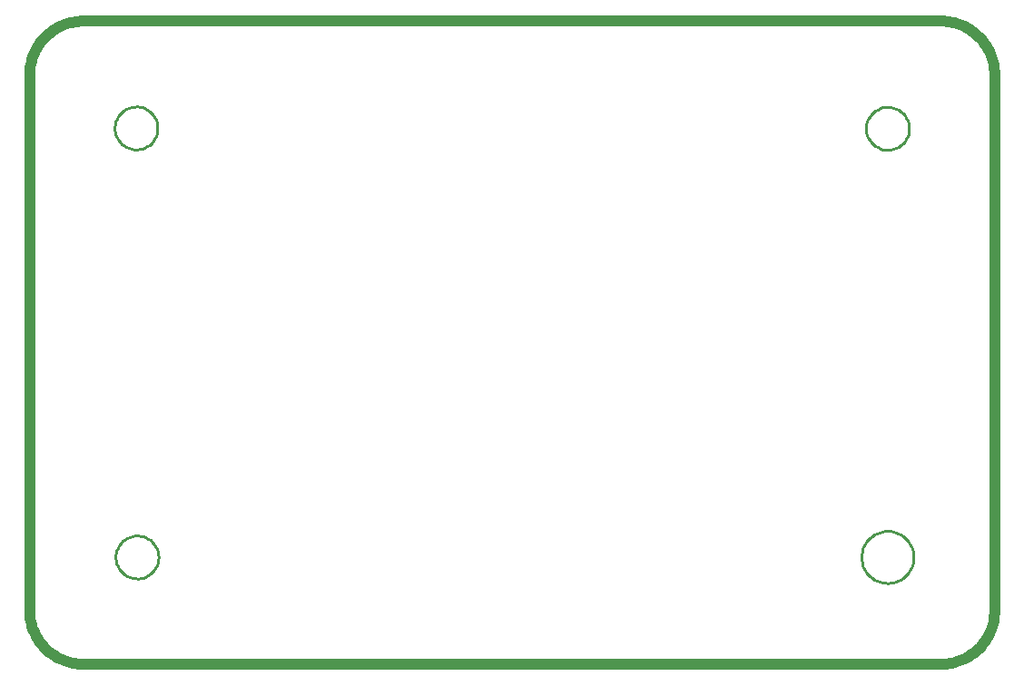
<source format=gm1>
G04*
G04 #@! TF.GenerationSoftware,Altium Limited,Altium Designer,21.3.2 (30)*
G04*
G04 Layer_Color=16711935*
%FSLAX25Y25*%
%MOIN*%
G70*
G04*
G04 #@! TF.SameCoordinates,90E1903C-9E0C-4C1D-B8CF-915D6ECFEAAF*
G04*
G04*
G04 #@! TF.FilePolarity,Positive*
G04*
G01*
G75*
%ADD15C,0.01000*%
%ADD74C,0.03937*%
D15*
X324513Y39370D02*
X324461Y40369D01*
X324304Y41356D01*
X324046Y42322D01*
X323687Y43255D01*
X323233Y44146D01*
X322689Y44985D01*
X322059Y45762D01*
X321353Y46469D01*
X320575Y47098D01*
X319737Y47643D01*
X318846Y48097D01*
X317913Y48455D01*
X316947Y48714D01*
X315959Y48870D01*
X314961Y48923D01*
X313962Y48870D01*
X312975Y48714D01*
X312009Y48455D01*
X311075Y48097D01*
X310184Y47643D01*
X309346Y47098D01*
X308569Y46469D01*
X307862Y45762D01*
X307232Y44985D01*
X306688Y44146D01*
X306234Y43255D01*
X305876Y42322D01*
X305617Y41356D01*
X305461Y40369D01*
X305408Y39370D01*
X305461Y38372D01*
X305617Y37384D01*
X305876Y36418D01*
X306234Y35485D01*
X306688Y34594D01*
X307232Y33755D01*
X307862Y32978D01*
X308569Y32271D01*
X309346Y31642D01*
X310184Y31097D01*
X311075Y30643D01*
X312009Y30285D01*
X312975Y30026D01*
X313962Y29870D01*
X314961Y29818D01*
X315959Y29870D01*
X316947Y30026D01*
X317913Y30285D01*
X318846Y30643D01*
X319737Y31097D01*
X320575Y31642D01*
X321353Y32271D01*
X322059Y32978D01*
X322689Y33755D01*
X323233Y34594D01*
X323687Y35485D01*
X324046Y36418D01*
X324304Y37384D01*
X324461Y38372D01*
X324513Y39370D01*
X322835Y196850D02*
X322770Y197857D01*
X322577Y198848D01*
X322259Y199805D01*
X321821Y200714D01*
X321271Y201560D01*
X320617Y202328D01*
X319870Y203007D01*
X319042Y203584D01*
X318148Y204050D01*
X317201Y204399D01*
X316217Y204624D01*
X315213Y204720D01*
X314205Y204688D01*
X313209Y204527D01*
X312241Y204240D01*
X311319Y203832D01*
X310456Y203308D01*
X309667Y202679D01*
X308965Y201955D01*
X308362Y201146D01*
X307866Y200267D01*
X307488Y199332D01*
X307232Y198356D01*
X307103Y197355D01*
Y196346D01*
X307232Y195345D01*
X307488Y194369D01*
X307866Y193434D01*
X308362Y192555D01*
X308965Y191746D01*
X309667Y191021D01*
X310456Y190392D01*
X311319Y189869D01*
X312241Y189461D01*
X313209Y189174D01*
X314205Y189013D01*
X315213Y188980D01*
X316217Y189077D01*
X317201Y189302D01*
X318148Y189650D01*
X319042Y190117D01*
X319870Y190694D01*
X320617Y191373D01*
X321271Y192141D01*
X321821Y192986D01*
X322259Y193895D01*
X322577Y194853D01*
X322770Y195844D01*
X322835Y196850D01*
X47244Y39370D02*
X47179Y40377D01*
X46987Y41367D01*
X46669Y42325D01*
X46231Y43234D01*
X45680Y44080D01*
X45026Y44848D01*
X44280Y45526D01*
X43452Y46104D01*
X42557Y46570D01*
X41611Y46919D01*
X40627Y47143D01*
X39623Y47240D01*
X38614Y47208D01*
X37618Y47047D01*
X36651Y46760D01*
X35728Y46351D01*
X34865Y45828D01*
X34076Y45199D01*
X33374Y44474D01*
X32771Y43666D01*
X32276Y42786D01*
X31897Y41851D01*
X31641Y40875D01*
X31512Y39875D01*
Y38866D01*
X31641Y37865D01*
X31897Y36889D01*
X32276Y35954D01*
X32771Y35074D01*
X33374Y34266D01*
X34076Y33541D01*
X34865Y32912D01*
X35728Y32389D01*
X36651Y31981D01*
X37618Y31694D01*
X38614Y31532D01*
X39622Y31500D01*
X40627Y31597D01*
X41610Y31822D01*
X42557Y32170D01*
X43452Y32637D01*
X44279Y33214D01*
X45026Y33892D01*
X45680Y34661D01*
X46231Y35506D01*
X46669Y36415D01*
X46987Y37373D01*
X47179Y38363D01*
X47244Y39370D01*
X46874Y197000D02*
X46809Y198007D01*
X46617Y198997D01*
X46299Y199955D01*
X45861Y200864D01*
X45310Y201710D01*
X44656Y202478D01*
X43909Y203156D01*
X43082Y203733D01*
X42187Y204200D01*
X41240Y204549D01*
X40257Y204773D01*
X39252Y204870D01*
X38244Y204838D01*
X37248Y204677D01*
X36281Y204390D01*
X35358Y203981D01*
X34495Y203458D01*
X33706Y202829D01*
X33004Y202104D01*
X32401Y201296D01*
X31906Y200416D01*
X31527Y199481D01*
X31271Y198505D01*
X31142Y197504D01*
Y196495D01*
X31271Y195495D01*
X31527Y194519D01*
X31906Y193584D01*
X32401Y192704D01*
X33004Y191896D01*
X33706Y191171D01*
X34495Y190542D01*
X35358Y190019D01*
X36281Y189611D01*
X37248Y189323D01*
X38244Y189162D01*
X39252Y189130D01*
X40257Y189227D01*
X41240Y189451D01*
X42187Y189800D01*
X43082Y190267D01*
X43909Y190844D01*
X44656Y191522D01*
X45310Y192290D01*
X45861Y193136D01*
X46299Y194045D01*
X46617Y195003D01*
X46809Y195993D01*
X46874Y197000D01*
D74*
X354336Y216541D02*
X354311Y217538D01*
X354235Y218532D01*
X354109Y219522D01*
X353933Y220503D01*
X353708Y221475D01*
X353433Y222434D01*
X353111Y223377D01*
X352741Y224304D01*
X352324Y225210D01*
X351863Y226094D01*
X351357Y226953D01*
X350808Y227786D01*
X350217Y228590D01*
X349587Y229363D01*
X348919Y230103D01*
X348213Y230808D01*
X347473Y231477D01*
X346700Y232107D01*
X345896Y232698D01*
X345064Y233246D01*
X344204Y233752D01*
X343320Y234214D01*
X342414Y234630D01*
X341488Y235000D01*
X340544Y235323D01*
X339585Y235597D01*
X338614Y235823D01*
X337632Y235999D01*
X336643Y236125D01*
X335648Y236200D01*
X334651Y236226D01*
Y0D02*
X335648Y25D01*
X336643Y101D01*
X337632Y227D01*
X338614Y403D01*
X339585Y628D01*
X340544Y903D01*
X341488Y1225D01*
X342414Y1595D01*
X343320Y2012D01*
X344204Y2473D01*
X345064Y2980D01*
X345896Y3528D01*
X346700Y4119D01*
X347473Y4749D01*
X348213Y5418D01*
X348919Y6123D01*
X349587Y6863D01*
X350217Y7636D01*
X350808Y8440D01*
X351357Y9272D01*
X351863Y10132D01*
X352324Y11016D01*
X352741Y11922D01*
X353111Y12848D01*
X353433Y13792D01*
X353708Y14751D01*
X353933Y15722D01*
X354109Y16704D01*
X354235Y17694D01*
X354311Y18688D01*
X354336Y19685D01*
X19685Y236226D02*
X18688Y236200D01*
X17694Y236125D01*
X16704Y235999D01*
X15722Y235823D01*
X14751Y235597D01*
X13792Y235323D01*
X12848Y235000D01*
X11922Y234630D01*
X11016Y234214D01*
X10132Y233752D01*
X9272Y233246D01*
X8440Y232697D01*
X7636Y232107D01*
X6863Y231477D01*
X6123Y230808D01*
X5418Y230103D01*
X4749Y229363D01*
X4119Y228590D01*
X3528Y227786D01*
X2979Y226953D01*
X2473Y226094D01*
X2012Y225210D01*
X1595Y224304D01*
X1225Y223377D01*
X903Y222434D01*
X628Y221475D01*
X403Y220503D01*
X227Y219521D01*
X101Y218532D01*
X25Y217538D01*
X0Y216541D01*
Y19685D02*
X25Y18688D01*
X101Y17694D01*
X227Y16704D01*
X403Y15722D01*
X628Y14751D01*
X903Y13792D01*
X1225Y12848D01*
X1595Y11922D01*
X2012Y11016D01*
X2473Y10132D01*
X2980Y9272D01*
X3528Y8440D01*
X4119Y7636D01*
X4749Y6863D01*
X5418Y6123D01*
X6123Y5418D01*
X6863Y4749D01*
X7636Y4119D01*
X8440Y3528D01*
X9272Y2979D01*
X10132Y2473D01*
X11016Y2012D01*
X11922Y1595D01*
X12848Y1225D01*
X13792Y903D01*
X14751Y628D01*
X15722Y403D01*
X16704Y227D01*
X17694Y101D01*
X18688Y25D01*
X19685Y0D01*
X334651D01*
X19685Y236226D02*
X334651D01*
X354336Y19685D02*
Y216541D01*
X0Y19685D02*
Y216541D01*
M02*

</source>
